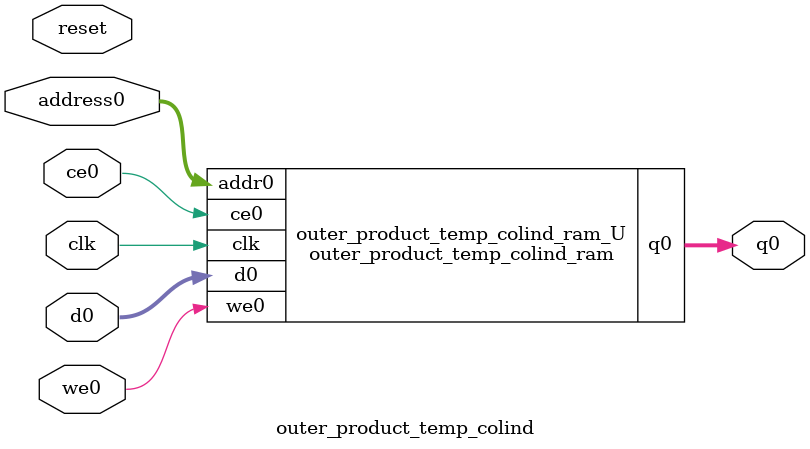
<source format=v>
`timescale 1 ns / 1 ps
module outer_product_temp_colind_ram (addr0, ce0, d0, we0, q0,  clk);

parameter DWIDTH = 32;
parameter AWIDTH = 5;
parameter MEM_SIZE = 20;

input[AWIDTH-1:0] addr0;
input ce0;
input[DWIDTH-1:0] d0;
input we0;
output reg[DWIDTH-1:0] q0;
input clk;

reg [DWIDTH-1:0] ram[0:MEM_SIZE-1];




always @(posedge clk)  
begin 
    if (ce0) begin
        if (we0) 
            ram[addr0] <= d0; 
        q0 <= ram[addr0];
    end
end


endmodule

`timescale 1 ns / 1 ps
module outer_product_temp_colind(
    reset,
    clk,
    address0,
    ce0,
    we0,
    d0,
    q0);

parameter DataWidth = 32'd32;
parameter AddressRange = 32'd20;
parameter AddressWidth = 32'd5;
input reset;
input clk;
input[AddressWidth - 1:0] address0;
input ce0;
input we0;
input[DataWidth - 1:0] d0;
output[DataWidth - 1:0] q0;



outer_product_temp_colind_ram outer_product_temp_colind_ram_U(
    .clk( clk ),
    .addr0( address0 ),
    .ce0( ce0 ),
    .we0( we0 ),
    .d0( d0 ),
    .q0( q0 ));

endmodule


</source>
